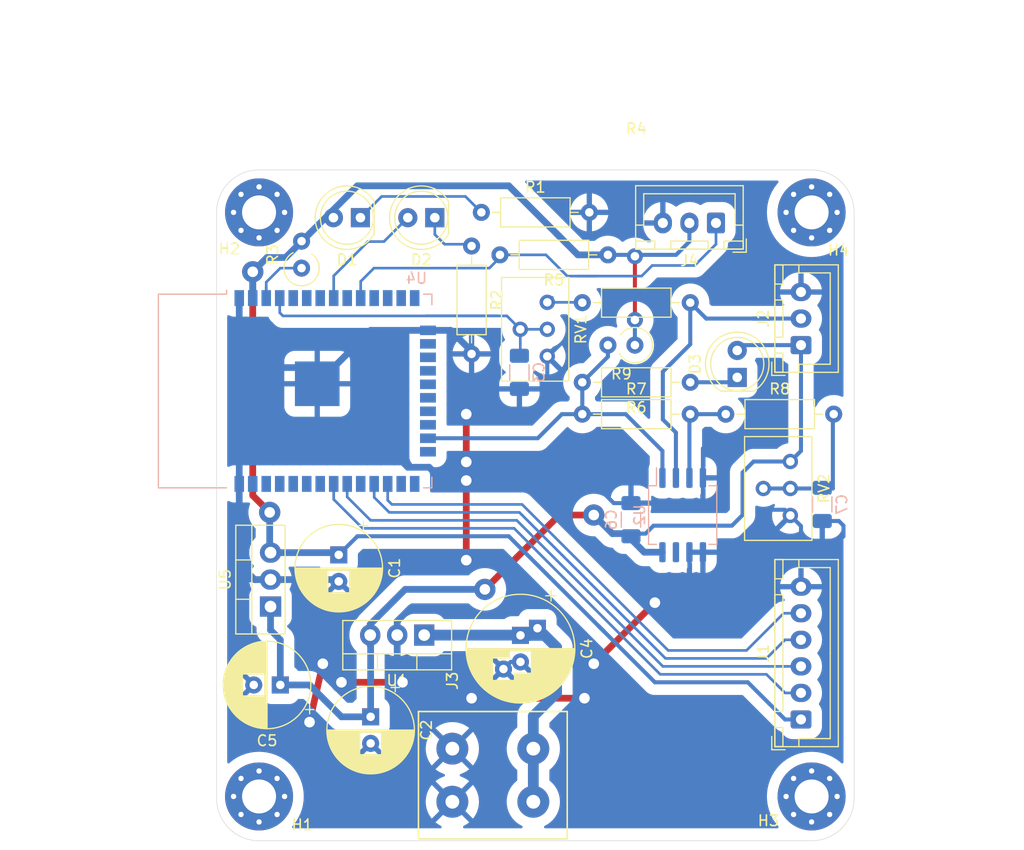
<source format=kicad_pcb>
(kicad_pcb (version 20221018) (generator pcbnew)
  (layers (0 "F.Cu" signal) (31 "B.Cu" signal) (34 "B.Paste" user) (35 "F.Paste" user) (36 "B.SilkS" user "B.Silkscreen") (37 "F.SilkS" user "F.Silkscreen") (38 "B.Mask" user) (39 "F.Mask" user) (44 "Edge.Cuts" user))
  (net 0 "")
  (net 1 "GND")
  (net 2 "+5V")
  (net 3 "+3V3")
  (net 4 "Net-(J3-Pin_1)")
  (net 5 "Net-(J4-Pin_1)")
  (net 6 "Net-(J1-Pin_2)")
  (net 7 "Net-(U4-EN)")
  (net 8 "Net-(U4-SENSOR_VP)")
  (net 21 "Net-(J1-Pin_3)")
  (net 34 "Net-(D1-K)")
  (net 35 "Net-(D2-K)")
  (net 36 "Net-(D2-A)")
  (net 37 "Net-(J1-Pin_4)")
  (net 38 "Net-(J1-Pin_5)")
  (net 39 "Net-(J2-Pin_2)")
  (net 40 "Net-(R4-Pad1)")
  (net 41 "Net-(C7-Pad2)")
  (net 42 "Net-(D3-K)")
  (net 43 "Net-(U4-IO15)")
  (net 45 "Net-(U2A-+)")
  (footprint "MountingHole:MountingHole_3.2mm_M3_Pad_Via" (layer "F.Cu") (at 56 -93)
    (fp_text reference "H4" (at 2.54 3.556) (layer "F.SilkS"))
    (fp_text value "MountingHole" hide)
    (pad "1" thru_hole circle (at -2.4 0) (size 0.8 0.8) (drill 0.5) (layers "*.Cu" "*.Mask"))
    (pad "1" thru_hole circle (at -1.697056 -1.697056) (size 0.8 0.8) (drill 0.5) (layers "*.Cu" "*.Mask"))
    (pad "1" thru_hole circle (at -1.697056 1.697056) (size 0.8 0.8) (drill 0.5) (layers "*.Cu" "*.Mask"))
    (pad "1" thru_hole circle (at 0 -2.4) (size 0.8 0.8) (drill 0.5) (layers "*.Cu" "*.Mask"))
    (pad "1" thru_hole circle (at 0 0) (size 6.4 6.4) (drill 3.2) (layers "*.Cu" "*.Mask"))
    (pad "1" thru_hole circle (at 0 2.4) (size 0.8 0.8) (drill 0.5) (layers "*.Cu" "*.Mask"))
    (pad "1" thru_hole circle (at 1.697056 -1.697056) (size 0.8 0.8) (drill 0.5) (layers "*.Cu" "*.Mask"))
    (pad "1" thru_hole circle (at 1.697056 1.697056) (size 0.8 0.8) (drill 0.5) (layers "*.Cu" "*.Mask"))
    (pad "1" thru_hole circle (at 2.4 0) (size 0.8 0.8) (drill 0.5) (layers "*.Cu" "*.Mask"))
  )
  (footprint "MountingHole:MountingHole_3.2mm_M3_Pad_Via" (layer "F.Cu") (at 56 -38)
    (fp_text reference "H3" (at -4.064 2.286) (layer "F.SilkS"))
    (fp_text value "MountingHole")
    (pad "1" thru_hole circle (at -2.4 0) (size 0.8 0.8) (drill 0.5) (layers "*.Cu" "*.Mask"))
    (pad "1" thru_hole circle (at -1.697056 -1.697056) (size 0.8 0.8) (drill 0.5) (layers "*.Cu" "*.Mask"))
    (pad "1" thru_hole circle (at -1.697056 1.697056) (size 0.8 0.8) (drill 0.5) (layers "*.Cu" "*.Mask"))
    (pad "1" thru_hole circle (at 0 -2.4) (size 0.8 0.8) (drill 0.5) (layers "*.Cu" "*.Mask"))
    (pad "1" thru_hole circle (at 0 0) (size 6.4 6.4) (drill 3.2) (layers "*.Cu" "*.Mask"))
    (pad "1" thru_hole circle (at 0 2.4) (size 0.8 0.8) (drill 0.5) (layers "*.Cu" "*.Mask"))
    (pad "1" thru_hole circle (at 1.697056 -1.697056) (size 0.8 0.8) (drill 0.5) (layers "*.Cu" "*.Mask"))
    (pad "1" thru_hole circle (at 1.697056 1.697056) (size 0.8 0.8) (drill 0.5) (layers "*.Cu" "*.Mask"))
    (pad "1" thru_hole circle (at 2.4 0) (size 0.8 0.8) (drill 0.5) (layers "*.Cu" "*.Mask"))
  )
  (footprint "MountingHole:MountingHole_3.2mm_M3_Pad_Via" (layer "F.Cu") (at 4 -93)
    (fp_text reference "H2" (at -2.794 3.429) (layer "F.SilkS"))
    (fp_text value "MountingHole")
    (pad "1" thru_hole circle (at -2.4 0) (size 0.8 0.8) (drill 0.5) (layers "*.Cu" "*.Mask"))
    (pad "1" thru_hole circle (at -1.697056 -1.697056) (size 0.8 0.8) (drill 0.5) (layers "*.Cu" "*.Mask"))
    (pad "1" thru_hole circle (at -1.697056 1.697056) (size 0.8 0.8) (drill 0.5) (layers "*.Cu" "*.Mask"))
    (pad "1" thru_hole circle (at 0 -2.4) (size 0.8 0.8) (drill 0.5) (layers "*.Cu" "*.Mask"))
    (pad "1" thru_hole circle (at 0 0) (size 6.4 6.4) (drill 3.2) (layers "*.Cu" "*.Mask"))
    (pad "1" thru_hole circle (at 0 2.4) (size 0.8 0.8) (drill 0.5) (layers "*.Cu" "*.Mask"))
    (pad "1" thru_hole circle (at 1.697056 -1.697056) (size 0.8 0.8) (drill 0.5) (layers "*.Cu" "*.Mask"))
    (pad "1" thru_hole circle (at 1.697056 1.697056) (size 0.8 0.8) (drill 0.5) (layers "*.Cu" "*.Mask"))
    (pad "1" thru_hole circle (at 2.4 0) (size 0.8 0.8) (drill 0.5) (layers "*.Cu" "*.Mask"))
  )
  (footprint "MountingHole:MountingHole_3.2mm_M3_Pad_Via" (layer "F.Cu") (at 4 -38)
    (fp_text reference "H1" (at 4.064 2.667) (layer "F.SilkS"))
    (fp_text value "MountingHole")
    (pad "1" thru_hole circle (at -2.4 0) (size 0.8 0.8) (drill 0.5) (layers "*.Cu" "*.Mask"))
    (pad "1" thru_hole circle (at -1.697056 -1.697056) (size 0.8 0.8) (drill 0.5) (layers "*.Cu" "*.Mask"))
    (pad "1" thru_hole circle (at -1.697056 1.697056) (size 0.8 0.8) (drill 0.5) (layers "*.Cu" "*.Mask"))
    (pad "1" thru_hole circle (at 0 -2.4) (size 0.8 0.8) (drill 0.5) (layers "*.Cu" "*.Mask"))
    (pad "1" thru_hole circle (at 0 0) (size 6.4 6.4) (drill 3.2) (layers "*.Cu" "*.Mask"))
    (pad "1" thru_hole circle (at 0 2.4) (size 0.8 0.8) (drill 0.5) (layers "*.Cu" "*.Mask"))
    (pad "1" thru_hole circle (at 1.697056 -1.697056) (size 0.8 0.8) (drill 0.5) (layers "*.Cu" "*.Mask"))
    (pad "1" thru_hole circle (at 1.697056 1.697056) (size 0.8 0.8) (drill 0.5) (layers "*.Cu" "*.Mask"))
    (pad "1" thru_hole circle (at 2.4 0) (size 0.8 0.8) (drill 0.5) (layers "*.Cu" "*.Mask"))
  )
  (footprint "Capacitor_THT:CP_Radial_D8.0mm_P2.50mm" (layer "F.Cu") (at 11.5 -60.75 -90)
    (fp_text reference "C1" (at 1.25 -5.25 90) (layer "F.SilkS"))
    (fp_text value "CP")
    (pad "1" thru_hole rect (at 0 0 270) (size 1.6 1.6) (drill 0.8) (layers "*.Cu" "*.Mask") (net 3 "+3V3"))
    (pad "2" thru_hole circle (at 2.5 0 270) (size 1.6 1.6) (drill 0.8) (layers "*.Cu" "*.Mask") (net 1 "GND"))
  )
  (footprint "Package_TO_SOT_THT:TO-220-3_Vertical" (layer "F.Cu") (at 19.54 -53.195 180)
    (fp_text reference "U1" (at 2.54 -4.27) (layer "F.SilkS"))
    (fp_text value "LF33_TO220")
    (pad "1" thru_hole rect (at 0 0 180) (size 1.905 2) (drill 1.1) (layers "*.Cu" "*.Mask") (net 4 "Net-(J3-Pin_1)"))
    (pad "2" thru_hole oval (at 2.54 0 180) (size 1.905 2) (drill 1.1) (layers "*.Cu" "*.Mask") (net 1 "GND"))
    (pad "3" thru_hole oval (at 5.08 0 180) (size 1.905 2) (drill 1.1) (layers "*.Cu" "*.Mask") (net 2 "+5V"))
  )
  (footprint "Connector_JST:JST_XH_B6B-XH-A_1x06_P2.50mm_Vertical" (layer "F.Cu") (at 55 -45.25 90)
    (fp_text reference "J1" (at 6.25 -3.55 90) (layer "F.SilkS"))
    (fp_text value "Conn_01x04")
    (pad "1" thru_hole roundrect (at 0 0 90) (size 1.7 1.95) (drill 0.95) (layers "*.Cu" "*.Mask") (roundrect_rratio 0.1470588235) (net 3 "+3V3"))
    (pad "2" thru_hole oval (at 2.5 0 90) (size 1.7 1.95) (drill 0.95) (layers "*.Cu" "*.Mask") (net 6 "Net-(J1-Pin_2)"))
    (pad "3" thru_hole oval (at 5 0 90) (size 1.7 1.95) (drill 0.95) (layers "*.Cu" "*.Mask") (net 21 "Net-(J1-Pin_3)"))
    (pad "4" thru_hole oval (at 7.5 0 90) (size 1.7 1.95) (drill 0.95) (layers "*.Cu" "*.Mask") (net 37 "Net-(J1-Pin_4)"))
    (pad "5" thru_hole oval (at 10 0 90) (size 1.7 1.95) (drill 0.95) (layers "*.Cu" "*.Mask") (net 38 "Net-(J1-Pin_5)"))
    (pad "6" thru_hole oval (at 12.5 0 90) (size 1.7 1.95) (drill 0.95) (layers "*.Cu" "*.Mask") (net 1 "GND"))
  )
  (footprint "Capacitor_THT:CP_Radial_D10.0mm_P2.50mm_P5.00mm" (layer "F.Cu") (at 28.6 -53.170937 -90)
    (fp_text reference "C4" (at 1.25 -6.25 90) (layer "F.SilkS"))
    (fp_text value "CP")
    (pad "1" thru_hole rect (at -0.670937 -1.6 270) (size 1.6 1.6) (drill 0.8) (layers "*.Cu" "*.Mask") (net 4 "Net-(J3-Pin_1)"))
    (pad "1" thru_hole rect (at 0 0 270) (size 1.6 1.6) (drill 0.8) (layers "*.Cu" "*.Mask") (net 4 "Net-(J3-Pin_1)"))
    (pad "2" thru_hole circle (at 2.5 0 270) (size 1.6 1.6) (drill 0.8) (layers "*.Cu" "*.Mask") (net 1 "GND"))
    (pad "2" thru_hole circle (at 3.170937 1.6 270) (size 1.6 1.6) (drill 0.8) (layers "*.Cu" "*.Mask") (net 1 "GND"))
  )
  (footprint "Resistor_THT:R_Axial_DIN0207_L6.3mm_D2.5mm_P10.16mm_Horizontal" (layer "F.Cu") (at 24 -89.83 -90)
    (fp_text reference "R2" (at 5.08 -2.37 -90) (layer "F.SilkS"))
    (fp_text value "R_Small")
    (pad "1" thru_hole circle (at 0 0 270) (size 1.6 1.6) (drill 0.8) (layers "*.Cu" "*.Mask") (net 35 "Net-(D2-K)"))
    (pad "2" thru_hole oval (at 10.16 0 270) (size 1.6 1.6) (drill 0.8) (layers "*.Cu" "*.Mask") (net 1 "GND"))
  )
  (footprint "LED_THT:LED_D5.0mm" (layer "F.Cu") (at 49 -77.46 90)
    (fp_text reference "D3" (at 1.27 -3.96 90) (layer "F.SilkS"))
    (fp_text value "LED")
    (pad "1" thru_hole rect (at 0 0 90) (size 1.8 1.8) (drill 0.9) (layers "*.Cu" "*.Mask") (net 42 "Net-(D3-K)"))
    (pad "2" thru_hole circle (at 2.54 0 90) (size 1.8 1.8) (drill 0.9) (layers "*.Cu" "*.Mask") (net 2 "+5V"))
  )
  (footprint "Connector_JST:JST_XH_B3B-XH-A_1x03_P2.50mm_Vertical" (layer "F.Cu") (at 55 -80.5 90)
    (fp_text reference "J2" (at 2.5 -3.55 90) (layer "F.SilkS"))
    (fp_text value "Conn_01x04")
    (pad "1" thru_hole roundrect (at 0 0 90) (size 1.7 1.95) (drill 0.95) (layers "*.Cu" "*.Mask") (roundrect_rratio 0.1470588235) (net 2 "+5V"))
    (pad "2" thru_hole oval (at 2.5 0 90) (size 1.7 1.95) (drill 0.95) (layers "*.Cu" "*.Mask") (net 39 "Net-(J2-Pin_2)"))
    (pad "3" thru_hole oval (at 5 0 90) (size 1.7 1.95) (drill 0.95) (layers "*.Cu" "*.Mask") (net 1 "GND"))
  )
  (footprint "Resistor_THT:R_Axial_DIN0207_L6.3mm_D2.5mm_P10.16mm_Horizontal" (layer "F.Cu") (at 44.58 -77 180)
    (fp_text reference "R6" (at 5.08 -2.37) (layer "F.SilkS"))
    (fp_text value "R_Small")
    (pad "1" thru_hole circle (at 0 0 180) (size 1.6 1.6) (drill 0.8) (layers "*.Cu" "*.Mask") (net 42 "Net-(D3-K)"))
    (pad "2" thru_hole oval (at 10.16 0 180) (size 1.6 1.6) (drill 0.8) (layers "*.Cu" "*.Mask") (net 43 "Net-(U4-IO15)"))
  )
  (footprint "Resistor_THT:R_Axial_DIN0207_L6.3mm_D2.5mm_P10.16mm_Horizontal" (layer "F.Cu") (at 36.83 -89 180)
    (fp_text reference "R5" (at 5.08 -2.37 180) (layer "F.SilkS"))
    (fp_text value "R_Small")
    (pad "1" thru_hole circle (at 0 0 180) (size 1.6 1.6) (drill 0.8) (layers "*.Cu" "*.Mask") (net 3 "+3V3"))
    (pad "2" thru_hole oval (at 10.16 0 180) (size 1.6 1.6) (drill 0.8) (layers "*.Cu" "*.Mask") (net 5 "Net-(J4-Pin_1)"))
  )
  (footprint "LED_THT:LED_D5.0mm" (layer "F.Cu") (at 20.54 -92.5 180)
    (fp_text reference "D2" (at 1.27 -3.96) (layer "F.SilkS"))
    (fp_text value "LED")
    (pad "1" thru_hole rect (at 0 0 180) (size 1.8 1.8) (drill 0.9) (layers "*.Cu" "*.Mask") (net 35 "Net-(D2-K)"))
    (pad "2" thru_hole circle (at 2.54 0 180) (size 1.8 1.8) (drill 0.9) (layers "*.Cu" "*.Mask") (net 36 "Net-(D2-A)"))
  )
  (footprint "Potentiometer_THT:Potentiometer_Bourns_3299Y_Vertical" (layer "F.Cu") (at 31.125 -79.45 -90)
    (fp_text reference "RV1" (at -2.54 -3.16 90) (layer "F.SilkS"))
    (fp_text value "R_Potentiometer")
    (pad "1" thru_hole circle (at 0 0 270) (size 1.44 1.44) (drill 0.8) (layers "*.Cu" "*.Mask") (net 1 "GND"))
    (pad "2" thru_hole circle (at -2.54 0 270) (size 1.44 1.44) (drill 0.8) (layers "*.Cu" "*.Mask") (net 8 "Net-(U4-SENSOR_VP)"))
    (pad "2" thru_hole circle (at -2.54 2.54 270) (size 1.44 1.44) (drill 0.8) (layers "*.Cu" "*.Mask") (net 8 "Net-(U4-SENSOR_VP)"))
    (pad "3" thru_hole circle (at -5.08 0 270) (size 1.44 1.44) (drill 0.8) (layers "*.Cu" "*.Mask") (net 40 "Net-(R4-Pad1)"))
  )
  (footprint "Resistor_THT:R_Axial_DIN0309_L9.0mm_D3.2mm_P2.54mm_Vertical" (layer "F.Cu") (at 8 -87.75 90)
    (fp_text reference "R3" (at 1.27 -2.72 90) (layer "F.SilkS"))
    (fp_text value "R_Small")
    (pad "1" thru_hole circle (at 0 0 90) (size 1.6 1.6) (drill 0.8) (layers "*.Cu" "*.Mask") (net 7 "Net-(U4-EN)"))
    (pad "2" thru_hole oval (at 2.54 0 90) (size 1.6 1.6) (drill 0.8) (layers "*.Cu" "*.Mask") (net 3 "+3V3"))
  )
  (footprint "Capacitor_THT:CP_Radial_D8.0mm_P2.50mm" (layer "F.Cu") (at 14.5 -45.5 -90)
    (fp_text reference "C2" (at 1.25 -5.25 90) (layer "F.SilkS"))
    (fp_text value "CP")
    (pad "1" thru_hole rect (at 0 0 270) (size 1.6 1.6) (drill 0.8) (layers "*.Cu" "*.Mask") (net 2 "+5V"))
    (pad "2" thru_hole circle (at 2.5 0 270) (size 1.6 1.6) (drill 0.8) (layers "*.Cu" "*.Mask") (net 1 "GND"))
  )
  (footprint "Capacitor_THT:CP_Radial_D8.0mm_P2.50mm" (layer "F.Cu") (at 6 -48.5 180)
    (fp_text reference "C5" (at 1.25 -5.25) (layer "F.SilkS"))
    (fp_text value "CP")
    (pad "1" thru_hole rect (at 0 0 180) (size 1.6 1.6) (drill 0.8) (layers "*.Cu" "*.Mask") (net 2 "+5V"))
    (pad "2" thru_hole circle (at 2.5 0 180) (size 1.6 1.6) (drill 0.8) (layers "*.Cu" "*.Mask") (net 1 "GND"))
  )
  (footprint "LED_THT:LED_D5.0mm" (layer "F.Cu") (at 13.54 -92.5 180)
    (fp_text reference "D1" (at 1.27 -3.96) (layer "F.SilkS"))
    (fp_text value "LED")
    (pad "1" thru_hole rect (at 0 0 180) (size 1.8 1.8) (drill 0.9) (layers "*.Cu" "*.Mask") (net 34 "Net-(D1-K)"))
    (pad "2" thru_hole circle (at 2.54 0 180) (size 1.8 1.8) (drill 0.9) (layers "*.Cu" "*.Mask") (net 3 "+3V3"))
  )
  (footprint "Potentiometer_THT:Potentiometer_Bourns_3299Y_Vertical" (layer "F.Cu") (at 54 -64.46 -90)
    (fp_text reference "RV2" (at -2.54 -3.16 90) (layer "F.SilkS"))
    (fp_text value "R_Potentiometer")
    (pad "1" thru_hole circle (at 0 0 270) (size 1.44 1.44) (drill 0.8) (layers "*.Cu" "*.Mask") (net 1 "GND"))
    (pad "2" thru_hole circle (at -2.54 0 270) (size 1.44 1.44) (drill 0.8) (layers "*.Cu" "*.Mask") (net 41 "Net-(C7-Pad2)"))
    (pad "2" thru_hole circle (at -2.54 2.54 270) (size 1.44 1.44) (drill 0.8) (layers "*.Cu" "*.Mask") (net 41 "Net-(C7-Pad2)"))
    (pad "3" thru_hole circle (at -5.08 0 270) (size 1.44 1.44) (drill 0.8) (layers "*.Cu" "*.Mask") (net 2 "+5V"))
  )
  (footprint "Connector_JST:JST_XH_B3B-XH-A_1x03_P2.50mm_Vertical" (layer "F.Cu") (at 47 -92 180)
    (fp_text reference "J4" (at 2.5 -3.55) (layer "F.SilkS"))
    (fp_text value "Conn_01x04")
    (pad "1" thru_hole roundrect (at 0 0 180) (size 1.7 1.95) (drill 0.95) (layers "*.Cu" "*.Mask") (roundrect_rratio 0.1470588235) (net 5 "Net-(J4-Pin_1)"))
    (pad "2" thru_hole oval (at 2.5 0 180) (size 1.7 1.95) (drill 0.95) (layers "*.Cu" "*.Mask") (net 3 "+3V3"))
    (pad "3" thru_hole oval (at 5 0 180) (size 1.7 1.95) (drill 0.95) (layers "*.Cu" "*.Mask") (net 1 "GND"))
  )
  (footprint "Resistor_THT:R_Axial_DIN0207_L6.3mm_D2.5mm_P10.16mm_Horizontal" (layer "F.Cu") (at 24.92 -93)
    (fp_text reference "R1" (at 5.08 -2.37) (layer "F.SilkS"))
    (fp_text value "R_Small")
    (pad "1" thru_hole circle (at 0 0) (size 1.6 1.6) (drill 0.8) (layers "*.Cu" "*.Mask") (net 34 "Net-(D1-K)"))
    (pad "2" thru_hole oval (at 10.16 0) (size 1.6 1.6) (drill 0.8) (layers "*.Cu" "*.Mask") (net 1 "GND"))
  )
  (footprint "custom:WE 691411410002 - 2 Pin Wire-To-Board Terminal Block" (layer "F.Cu") (at 26 -40 -90)
    (fp_text reference "J3" (at -8.89 3.81 90) (layer "F.SilkS"))
    (fp_text value "Conn_01x02")
    (pad "1" thru_hole circle (at -2.5 -3.81 270) (size 3 3) (drill 1.3) (layers "*.Cu" "*.Mask") (net 4 "Net-(J3-Pin_1)"))
    (pad "1" thru_hole circle (at 2.5 -3.81 270) (size 3 3) (drill 1.3) (layers "*.Cu" "*.Mask") (net 4 "Net-(J3-Pin_1)"))
    (pad "2" thru_hole circle (at -2.5 3.81 270) (size 3 3) (drill 1.3) (layers "*.Cu" "*.Mask") (net 1 "GND"))
    (pad "2" thru_hole circle (at 2.5 3.81 270) (size 3 3) (drill 1.3) (layers "*.Cu" "*.Mask") (net 1 "GND"))
  )
  (footprint "Resistor_THT:R_Axial_DIN0309_L9.0mm_D3.2mm_P2.54mm_Vertical" (layer "F.Cu") (at 39.37 -80.5 180)
    (fp_text reference "R9" (at 1.27 -2.72 180) (layer "F.SilkS"))
    (fp_text value "R_Small")
    (pad "1" thru_hole circle (at 0 0 180) (size 1.6 1.6) (drill 0.8) (layers "*.Cu" "*.Mask") (net 3 "+3V3"))
    (pad "2" thru_hole oval (at 2.54 0 180) (size 1.6 1.6) (drill 0.8) (layers "*.Cu" "*.Mask") (net 43 "Net-(U4-IO15)"))
  )
  (footprint "Resistor_THT:R_Axial_DIN0207_L6.3mm_D2.5mm_P10.16mm_Horizontal" (layer "F.Cu") (at 34.42 -74)
    (fp_text reference "R7" (at 5.08 -2.37) (layer "F.SilkS"))
    (fp_text value "R_Small")
    (pad "1" thru_hole circle (at 0 0) (size 1.6 1.6) (drill 0.8) (layers "*.Cu" "*.Mask") (net 43 "Net-(U4-IO15)"))
    (pad "2" thru_hole oval (at 10.16 0) (size 1.6 1.6) (drill 0.8) (layers "*.Cu" "*.Mask") (net 45 "Net-(U2A-+)"))
  )
  (footprint "Package_TO_SOT_THT:TO-220-3_Vertical" (layer "F.Cu") (at 5.08 -55.88 90)
    (fp_text reference "U5" (at 2.54 -4.27 90) (layer "F.SilkS"))
    (fp_text value "LF33_TO220")
    (pad "1" thru_hole rect (at 0 0 90) (size 1.905 2) (drill 1.1) (layers "*.Cu" "*.Mask") (net 2 "+5V"))
    (pad "2" thru_hole oval (at 2.54 0 90) (size 1.905 2) (drill 1.1) (layers "*.Cu" "*.Mask") (net 1 "GND"))
    (pad "3" thru_hole oval (at 5.08 0 90) (size 1.905 2) (drill 1.1) (layers "*.Cu" "*.Mask") (net 3 "+3V3"))
  )
  (footprint "Resistor_THT:R_Axial_DIN0207_L6.3mm_D2.5mm_P10.16mm_Horizontal" (layer "F.Cu") (at 34.42 -84.5)
    (fp_text reference "R4" (at 5.08 -16.37) (layer "F.SilkS"))
    (fp_text value "R_Small")
    (pad "1" thru_hole circle (at 0 0) (size 1.6 1.6) (drill 0.8) (layers "*.Cu" "*.Mask") (net 40 "Net-(R4-Pad1)"))
    (pad "2" thru_hole oval (at 10.16 0) (size 1.6 1.6) (drill 0.8) (layers "*.Cu" "*.Mask") (net 39 "Net-(J2-Pin_2)"))
  )
  (footprint "Resistor_THT:R_Axial_DIN0207_L6.3mm_D2.5mm_P10.16mm_Horizontal" (layer "F.Cu") (at 47.92 -74)
    (fp_text reference "R8" (at 5.08 -2.37) (layer "F.SilkS"))
    (fp_text value "R_Small")
    (pad "1" thru_hole circle (at 0 0) (size 1.6 1.6) (drill 0.8) (layers "*.Cu" "*.Mask") (net 45 "Net-(U2A-+)"))
    (pad "2" thru_hole oval (at 10.16 0) (size 1.6 1.6) (drill 0.8) (layers "*.Cu" "*.Mask") (net 41 "Net-(C7-Pad2)"))
  )
  (footprint "RF_Module:ESP32-WROOM-32" (layer "B.Cu") (at 10.385 -76.18 -90)
    (fp_text reference "U4" (at -10.61 -8.43 180) (layer "B.SilkS") (effects (justify mirror)))
    (fp_text value "ESP32-WROOM-32")
    (pad "1" smd rect (at -8.75 8.25 270) (size 1.5 0.9) (layers "B.Cu" "B.Paste" "B.Mask") (net 1 "GND"))
    (pad "2" smd rect (at -8.75 6.98 270) (size 1.5 0.9) (layers "B.Cu" "B.Paste" "B.Mask") (net 3 "+3V3"))
    (pad "3" smd rect (at -8.75 5.71 270) (size 1.5 0.9) (layers "B.Cu" "B.Paste" "B.Mask") (net 7 "Net-(U4-EN)"))
    (pad "4" smd rect (at -8.75 4.44 270) (size 1.5 0.9) (layers "B.Cu" "B.Paste" "B.Mask") (net 8 "Net-(U4-SENSOR_VP)"))
    (pad "5" smd rect (at -8.75 3.17 270) (size 1.5 0.9) (layers "B.Cu" "B.Paste" "B.Mask"))
    (pad "6" smd rect (at -8.75 1.9 270) (size 1.5 0.9) (layers "B.Cu" "B.Paste" "B.Mask"))
    (pad "7" smd rect (at -8.75 0.63 270) (size 1.5 0.9) (layers "B.Cu" "B.Paste" "B.Mask"))
    (pad "8" smd rect (at -8.75 -0.64 270) (size 1.5 0.9) (layers "B.Cu" "B.Paste" "B.Mask") (net 36 "Net-(D2-A)"))
    (pad "9" smd rect (at -8.75 -1.91 270) (size 1.5 0.9) (layers "B.Cu" "B.Paste" "B.Mask"))
    (pad "10" smd rect (at -8.75 -3.18 270) (size 1.5 0.9) (layers "B.Cu" "B.Paste" "B.Mask") (net 5 "Net-(J4-Pin_1)"))
    (pad "11" smd rect (at -8.75 -4.45 270) (size 1.5 0.9) (layers "B.Cu" "B.Paste" "B.Mask"))
    (pad "12" smd rect (at -8.75 -5.72 270) (size 1.5 0.9) (layers "B.Cu" "B.Paste" "B.Mask"))
    (pad "13" smd rect (at -8.75 -6.99 270) (size 1.5 0.9) (layers "B.Cu" "B.Paste" "B.Mask"))
    (pad "14" smd rect (at -8.75 -8.26 270) (size 1.5 0.9) (layers "B.Cu" "B.Paste" "B.Mask"))
    (pad "15" smd rect (at -5.71 -9.51 180) (size 1.5 0.9) (layers "B.Cu" "B.Paste" "B.Mask") (net 1 "GND"))
    (pad "16" smd rect (at -4.44 -9.51 180) (size 1.5 0.9) (layers "B.Cu" "B.Paste" "B.Mask"))
    (pad "17" smd rect (at -3.17 -9.51 180) (size 1.5 0.9) (layers "B.Cu" "B.Paste" "B.Mask"))
    (pad "18" smd rect (at -1.9 -9.51 180) (size 1.5 0.9) (layers "B.Cu" "B.Paste" "B.Mask"))
    (pad "19" smd rect (at -0.63 -9.51 180) (size 1.5 0.9) (layers "B.Cu" "B.Paste" "B.Mask"))
    (pad "20" smd rect (at 0.64 -9.51 180) (size 1.5 0.9) (layers "B.Cu" "B.Paste" "B.Mask"))
    (pad "21" smd rect (at 1.91 -9.51 180) (size 1.5 0.9) (layers "B.Cu" "B.Paste" "B.Mask"))
    (pad "22" smd rect (at 3.18 -9.51 180) (size 1.5 0.9) (layers "B.Cu" "B.Paste" "B.Mask"))
    (pad "23" smd rect (at 4.45 -9.51 180) (size 1.5 0.9) (layers "B.Cu" "B.Paste" "B.Mask") (net 43 "Net-(U4-IO15)"))
    (pad "24" smd rect (at 5.72 -9.51 180) (size 1.5 0.9) (layers "B.Cu" "B.Paste" "B.Mask"))
    (pad "25" smd rect (at 8.75 -8.26 270) (size 1.5 0.9) (layers "B.Cu" "B.Paste" "B.Mask"))
    (pad "26" smd rect (at 8.75 -6.99 270) (size 1.5 0.9) (layers "B.Cu" "B.Paste" "B.Mask"))
    (pad "27" smd rect (at 8.75 -5.72 270) (size 1.5 0.9) (layers "B.Cu" "B.Paste" "B.Mask") (net 38 "Net-(J1-Pin_5)"))
    (pad "28" smd rect (at 8.75 -4.45 270) (size 1.5 0.9) (layers "B.Cu" "B.Paste" "B.Mask") (net 37 "Net-(J1-Pin_4)"))
    (pad "29" smd rect (at 8.75 -3.18 270) (size 1.5 0.9) (layers "B.Cu" "B.Paste" "B.Mask"))
    (pad "30" smd rect (at 8.75 -1.91 270) (size 1.5 0.9) (layers "B.Cu" "B.Paste" "B.Mask") (net 21 "Net-(J1-Pin_3)"))
    (pad "31" smd rect (at 8.75 -0.64 270) (size 1.5 0.9) (layers "B.Cu" "B.Paste" "B.Mask") (net 6 "Net-(J1-Pin_2)"))
    (pad "32" smd rect (at 8.75 0.63 270) (size 1.5 0.9) (layers "B.Cu" "B.Paste" "B.Mask"))
    (pad "33" smd rect (at 8.75 1.9 270) (size 1.5 0.9) (layers "B.Cu" "B.Paste" "B.Mask"))
    (pad "34" smd rect (at 8.75 3.17 270) (size 1.5 0.9) (layers "B.Cu" "B.Paste" "B.Mask"))
    (pad "35" smd rect (at 8.75 4.44 270) (size 1.5 0.9) (layers "B.Cu" "B.Paste" "B.Mask"))
    (pad "36" smd rect (at 8.75 5.71 270) (size 1.5 0.9) (layers "B.Cu" "B.Paste" "B.Mask"))
    (pad "37" smd rect (at 8.75 6.98 270) (size 1.5 0.9) (layers "B.Cu" "B.Paste" "B.Mask"))
    (pad "38" smd rect (at 8.75 8.25 270) (size 1.5 0.9) (layers "B.Cu" "B.Paste" "B.Mask") (net 1 "GND"))
    (pad "39" smd rect (at -2.205 -0.615 270) (size 1.05 1.05) (layers "B.Cu" "B.Paste") (net 1 "GND"))
    (pad "39" smd rect (at -2.205 0.91 270) (size 1.05 1.05) (layers "B.Cu" "B.Paste") (net 1 "GND"))
    (pad "39" smd rect (at -2.205 2.435 270) (size 1.05 1.05) (layers "B.Cu" "B.Paste") (net 1 "GND"))
    (pad "39" smd rect (at -0.68 -0.615 270) (size 1.05 1.05) (layers "B.Cu" "B.Paste") (net 1 "GND"))
    (pad "39" smd rect (at -0.68 0.91 270) (size 1.05 1.05) (layers "B.Cu" "B.Paste") (net 1 "GND"))
    (pad "39" smd rect (at -0.68 0.91 270) (size 4.2 4.2) (layers "B.Cu" "B.Mask") (net 1 "GND"))
    (pad "39" smd rect (at -0.68 2.435 270) (size 1.05 1.05) (layers "B.Cu" "B.Paste") (net 1 "GND"))
    (pad "39" smd rect (at 0.845 -0.615 270) (size 1.05 1.05) (layers "B.Cu" "B.Paste") (net 1 "GND"))
    (pad "39" smd rect (at 0.845 0.91 270) (size 1.05 1.05) (layers "B.Cu" "B.Paste") (net 1 "GND"))
    (pad "39" smd rect (at 0.845 2.435 270) (size 1.05 1.05) (layers "B.Cu" "B.Paste") (net 1 "GND"))
    (zone (net 0) (net_name "") (layers "F.Cu" "In1.Cu" "B.Cu") (connect_pads (clearance 0)) (min_thickness 0.254)
      (keepout (tracks not_allowed) (vias not_allowed) (pads not_allowed) (copperpour not_allowed) (footprints not_allowed))
      (fill (thermal_gap 0.508) (thermal_bridge_width 0.508))
      (polygon (pts (xy 0.585 -100.18) (xy 0.585 -52.18) (xy -20.355 -52.18) (xy -20.355 -100.18)))
    )
  )
  (footprint "Capacitor_SMD:C_1206_3216Metric_Pad1.33x1.80mm_HandSolder" (layer "B.Cu") (at 28.5 -77.9375 90)
    (fp_text reference "C3" (at 0 1.85 90) (layer "B.SilkS") (effects (justify mirror)))
    (fp_text value "C_Small")
    (pad "1" smd roundrect (at -1.5625 0 90) (size 1.325 1.8) (layers "B.Cu" "B.Paste" "B.Mask") (roundrect_rratio 0.1886792453) (net 1 "GND"))
    (pad "2" smd roundrect (at 1.5625 0 90) (size 1.325 1.8) (layers "B.Cu" "B.Paste" "B.Mask") (roundrect_rratio 0.1886792453) (net 8 "Net-(U4-SENSOR_VP)"))
  )
  (footprint "Package_SO:SO-8_5.3x6.2mm_P1.27mm" (layer "B.Cu") (at 43.865 -64.5 -90)
    (fp_text reference "U2" (at 0 4.05 90) (layer "B.SilkS") (effects (justify mirror)))
    (fp_text value "LM393")
    (pad "1" smd roundrect (at -3.5 1.905 270) (size 1.9 0.6) (layers "B.Cu" "B.Paste" "B.Mask") (net 43 "Net-(U4-IO15)"))
    (pad "2" smd roundrect (at -3.5 0.635 270) (size 1.9 0.6) (layers "B.Cu" "B.Paste" "B.Mask") (net 39 "Net-(J2-Pin_2)"))
    (pad "3" smd roundrect (at -3.5 -0.635 270) (size 1.9 0.6) (layers "B.Cu" "B.Paste" "B.Mask") (net 45 "Net-(U2A-+)"))
    (pad "4" smd roundrect (at -3.5 -1.905 270) (size 1.9 0.6) (layers "B.Cu" "B.Paste" "B.Mask") (net 1 "GND"))
    (pad "5" smd roundrect (at 3.5 -1.905 270) (size 1.9 0.6) (layers "B.Cu" "B.Paste" "B.Mask") (net 1 "GND"))
    (pad "6" smd roundrect (at 3.5 -0.635 270) (size 1.9 0.6) (layers "B.Cu" "B.Paste" "B.Mask") (net 1 "GND"))
    (pad "7" smd roundrect (at 3.5 0.635 270) (size 1.9 0.6) (layers "B.Cu" "B.Paste" "B.Mask"))
    (pad "8" smd roundrect (at 3.5 1.905 270) (size 1.9 0.6) (layers "B.Cu" "B.Paste" "B.Mask") (net 2 "+5V"))
  )
  (footprint "Capacitor_SMD:C_1206_3216Metric_Pad1.33x1.80mm_HandSolder" (layer "B.Cu") (at 39 -64.0625 -90)
    (fp_text reference "C6" (at 0 1.85 90) (layer "B.SilkS") (effects (justify mirror)))
    (fp_text value "C_Small")
    (pad "1" smd roundrect (at -1.5625 0 270) (size 1.325 1.8) (layers "B.Cu" "B.Paste" "B.Mask") (roundrect_rratio 0.1886792453) (net 1 "GND"))
    (pad "2" smd roundrect (at 1.5625 0 270) (size 1.325 1.8) (layers "B.Cu" "B.Paste" "B.Mask") (roundrect_rratio 0.1886792453) (net 2 "+5V"))
  )
  (footprint "Capacitor_SMD:C_1206_3216Metric_Pad1.33x1.80mm_HandSolder" (layer "B.Cu") (at 57 -65.5 90)
    (fp_text reference "C7" (at 0 1.85 90) (layer "B.SilkS") (effects (justify mirror)))
    (fp_text value "C_Small")
    (pad "1" smd roundrect (at -1.5625 0 90) (size 1.325 1.8) (layers "B.Cu" "B.Paste" "B.Mask") (roundrect_rratio 0.1886792453) (net 1 "GND"))
    (pad "2" smd roundrect (at 1.5625 0 90) (size 1.325 1.8) (layers "B.Cu" "B.Paste" "B.Mask") (roundrect_rratio 0.1886792453) (net 41 "Net-(C7-Pad2)"))
  )
  (gr_line (start 4 -33.828427) (end 56 -33.828427) (stroke (width 0.05)) (layer "Edge.Cuts"))
  (gr_arc (start 4 -33.828427) (mid 1.171573 -35) (end 0 -37.828427) (stroke (width 0.05)) (layer "Edge.Cuts"))
  (gr_arc (start 56 -97) (mid 58.828427 -95.828427) (end 60 -93) (stroke (width 0.05)) (layer "Edge.Cuts"))
  (gr_line (start 56 -97) (end 4 -97) (stroke (width 0.05)) (layer "Edge.Cuts"))
  (gr_arc (start 0 -93) (mid 1.171573 -95.828427) (end 4 -97) (stroke (width 0.05)) (layer "Edge.Cuts"))
  (gr_arc (start 60 -37.828427) (mid 58.828427 -35) (end 56 -33.828427) (stroke (width 0.05)) (layer "Edge.Cuts"))
  (gr_line (start 60 -37.828427) (end 60 -93) (stroke (width 0.05)) (layer "Edge.Cuts"))
  (gr_line (start 0 -93) (end 0 -37.828427) (stroke (width 0.05)) (layer "Edge.Cuts"))
  (segment (start 41.25 -56.25) (end 35.5 -50.5) (width 0.635) (layer "F.Cu") (net 1))
  (segment (start 10 -50.5) (end 8.75 -45) (width 0.635) (layer "F.Cu") (net 1))
  (segment (start 23.5 -69.5) (end 23.5 -74) (width 0.635) (layer "F.Cu") (net 1))
  (segment (start 23.5 -67.75) (end 23.5 -60.25) (width 0.635) (layer "F.Cu") (net 1))
  (segment (start 24 -47.25) (end 34.625 -47.25) (width 0.635) (layer "F.Cu") (net 1))
  (segment (start 11.75 -48.75) (end 17.5 -48.75) (width 0.635) (layer "F.Cu") (net 1))
  (via (at 10 -50.5) (size 2) (drill 1) (layers "F.Cu" "B.Cu") (net 1))
  (via (at 24 -47.25) (size 2) (drill 1) (layers "F.Cu" "B.Cu") (net 1))
  (via (at 23.5 -74) (size 2) (drill 1) (layers "F.Cu" "B.Cu") (net 1))
  (via (at 23.5 -69.5) (size 2) (drill 1) (layers "F.Cu" "B.Cu") (net 1))
  (via (at 35.5 -50.5) (size 2) (drill 1) (layers "F.Cu" "B.Cu") (net 1))
  (via (at 17.5 -48.75) (size 2) (drill 1) (layers "F.Cu" "B.Cu") (net 1))
  (via (at 23.5 -67.75) (size 2) (drill 1) (layers "F.Cu" "B.Cu") (net 1))
  (via (at 8.75 -45) (size 2) (drill 1) (layers "F.Cu" "B.Cu") (net 1))
  (via (at 23.5 -60.25) (size 2) (drill 1) (layers "F.Cu" "B.Cu") (net 1))
  (via (at 11.75 -48.75) (size 2) (drill 1) (layers "F.Cu" "B.Cu") (net 1))
  (via (at 34.625 -47.25) (size 2) (drill 1) (layers "F.Cu" "B.Cu") (net 1))
  (via (at 41.25 -56.25) (size 2) (drill 1) (layers "F.Cu" "B.Cu") (net 1))
  (segment (start 7.95 -78.385) (end 2.135 -78.385) (width 0.635) (layer "B.Cu") (net 1))
  (segment (start 31.125 -76.875) (end 31.5 -76.5) (width 0.381) (layer "B.Cu") (net 1))
  (segment (start 19.895 -81.89) (end 22.03 -81.89) (width 0.635) (layer "B.Cu") (net 1))
  (segment (start 18 -55.5) (end 18.25 -55.75) (width 0.635) (layer "B.Cu") (net 1))
  (segment (start 45.77 -68) (end 45.77 -65.77) (width 0.381) (layer "B.Cu") (net 1))
  (segment (start 45.77 -68) (end 45.77 -70.77) (width 0.381) (layer "B.Cu") (net 1))
  (segment (start 11.33 -58.42) (end 11.5 -58.25) (width 0.635) (layer "B.Cu") (net 1))
  (segment (start 18 -69) (end 20 -69) (width 0.635) (layer "B.Cu") (net 1))
  (segment (start 14.505 -81.89) (end 11 -78.385) (width 0.635) (layer "B.Cu") (net 1))
  (segment (start 57 -63.9375) (end 58.5625 -63.9375) (width 0.381) (layer "B.Cu") (net 1))
  (segment (start 55 -63.46) (end 55 -62) (width 0.381) (layer "B.Cu") (net 1))
  (segment (start 53.46 -65) (end 52 -65) (width 0.381) (layer "B.Cu") (net 1))
  (segment (start 17 -53.195) (end 17 -50.5) (width 0.635) (layer "B.Cu") (net 1))
  (segment (start 31.125 -79.45) (end 31.125 -76.875) (width 0.381) (layer "B.Cu") (net 1))
  (segment (start 54 -64.46) (end 55 -63.46) (width 0.381) (layer "B.Cu") (net 1))
  (segment (start 18.25 -55.75) (end 20.5 -55.75) (width 0.635) (layer "B.Cu") (net 1))
  (segment (start 24.08 -80) (end 24 -79.92) (width 0.635) (layer "B.Cu") (net 1))
  (segment (start 58.5625 -63.9375) (end 59 -63.5) (width 0.381) (layer "B.Cu") (net 1))
  (segment (start 59 -62.5) (end 58.5 -62) (width 0.381) (layer "B.Cu") (net 1))
  (segment (start 3.58 -58.42) (end 5.08 -58.42) (width 0.635) (layer "B.Cu") (net 1))
  (segment (start 44.5 -61) (end 44.5 -58) (width 0.381) (layer "B.Cu") (net 1))
  (segment (start 2.135 -84.93) (end 2.135 -67.43) (width 0.635) (layer "B.Cu") (net 1))
  (segment (start 17 -54.5) (end 18 -55.5) (width 0.635) (layer "B.Cu") (net 1))
  (segment (start 5.08 -58.42) (end 11.33 -58.42) (width 0.635) (layer "B.Cu") (net 1))
  (segment (start 45.77 -61) (end 45.77 -58) (width 0.381) (layer "B.Cu") (net 1))
  (segment (start 17 -53.195) (end 17 -54.5) (width 0.635) (layer "B.Cu") (net 1))
  (segment (start 22.03 -81.89) (end 24 -79.92) (width 0.635) (layer "B.Cu") (net 1))
  (segment (start 20 -69) (end 21 -68) (width 0.635) (layer "B.Cu") (net 1))
  (segment (start 39 -65.625) (end 37.375 -65.625) (width 0.381) (layer "B.Cu") (net 1))
  (segment (start 54 -64.46) (end 53.46 -65) (width 0.381) (layer "B.Cu") (net 1))
  (segment (start 59 -63.5) (end 59 -62.5) (width 0.381) (layer "B.Cu") (net 1))
  (segment (start 37.375 -65.625) (end 36 -67) (width 0.381) (layer "B.Cu") (net 1))
  (segment (start 45.77 -65.77) (end 45.5 -65.5) (width 0.381) (layer "B.Cu") (net 1))
  (segment (start 2.135 -59.865) (end 3.58 -58.42) (width 0.635) (layer "B.Cu") (net 1))
  (segment (start 19.895 -81.89) (end 14.505 -81.89) (width 0.635) (layer "B.Cu") (net 1))
  (segment (start 45.77 -70.77) (end 46.5 -71.5) (width 0.381) (layer "B.Cu") (net 1))
  (segment (start 2.135 -67.43) (end 2.135 -59.865) (width 0.635) (layer "B.Cu") (net 1))
  (segment (start 27.670937 -50.670937) (end 27 -50) (width 0.381) (layer "B.Cu") (net 1))
  (segment (start 28.6 -50.670937) (end 27.670937 -50.670937) (width 0.381) (layer "B.Cu") (net 1))
  (segment (start 17 -70) (end 18 -69) (width 0.635) (layer "B.Cu") (net 1))
  (segment (start 35.5 -64.5) (end 32.25 -64.5) (width 0.635) (layer "F.Cu") (net 2))
  (segment (start 32.25 -64.5) (end 25.25 -57.5) (width 0.635) (layer "F.Cu") (net 2))
  (via (at 35.5 -64.5) (size 2) (drill 1) (layers "F.Cu" "B.Cu") (net 2))
  (via (at 25.25 -57.5) (size 2) (drill 1) (layers "F.Cu" "B.Cu") (net 2))
  (segment (start 14.46 -52.25) (end 14.5 -52.21) (width 0.635) (layer "B.Cu") (net 2))
  (segment (start 11.75 -45.5) (end 14.5 -45.5) (width 0.635) (layer "B.Cu") (net 2))
  (segment (start 40.375 -62.75) (end 38.5 -62.75) (width 0.381) (layer "B.Cu") (net 2))
  (segment (start 14.46 -54.21) (end 14.46 -52.25) (width 0.635) (layer "B.Cu") (net 2))
  (segment (start 17.75 -57.5) (end 14.46 -54.21) (width 0.635) (layer "B.Cu") (net 2))
  (segment (start 41.96 -61) (end 40.25 -61) (width 0.635) (layer "B.Cu") (net 2))
  (segment (start 49.5 -64.5) (end 48.5 -63.5) (width 0.381) (layer "B.Cu") (net 2))
  (segment (start 14.5 -52.21) (end 14.5 -45.5) (width 0.635) (layer "B.Cu") (net 2))
  (segment (start 35.5 -64.5) (end 37.25 -62.75) (width 0.635) (layer "B.Cu") (net 2))
  (segment (start 48.5 -63.5) (end 41.125 -63.5) (width 0.381) (layer "B.Cu") (net 2))
  (segment (start 5.08 -53.67) (end 6 -52.75) (width 0.635) (layer "B.Cu") (net 2))
  (segment (start 49.5 -80.5) (end 55 -80.5) (width 0.381) (layer "B.Cu") (net 2))
  (segment (start 49 -80) (end 49.5 -80.5) (width 0.381) (layer "B.Cu") (net 2))
  (segment (start 55 -70.54) (end 54 -69.54) (width 0.381) (layer "B.Cu") (net 2))
  (segment (start 50.54 -69.54) (end 49.5 -68.5) (width 0.381) (layer "B.Cu") (net 2))
  (segment (start 8.75 -48.5) (end 11.75 -45.5) (width 0.635) (layer "B.Cu") (net 2))
  (segment (start 41.125 -63.5) (end 40.375 -62.75) (width 0.381) (layer "B.Cu") (net 2))
  (segment (start 6 -52.75) (end 6 -48.5) (width 0.635) (layer "B.Cu") (net 2))
  (segment (start 54 -69.54) (end 50.54 -69.54) (width 0.381) (layer "B.Cu") (net 2))
  (segment (start 55 -80.5) (end 55 -70.54) (width 0.381) (layer "B.Cu") (net 2))
  (segment (start 49.5 -68.5) (end 49.5 -64.5) (width 0.381) (layer "B.Cu") (net 2))
  (segment (start 5.08 -55.88) (end 5.08 -53.67) (width 0.635) (layer "B.Cu") (net 2))
  (segment (start 37.25 -62.75) (end 38.5 -62.75) (width 0.635) (layer "B.Cu") (net 2))
  (segment (start 40.25 -61) (end 38.5 -62.75) (width 0.635) (layer "B.Cu") (net 2))
  (segment (start 25.25 -57.5) (end 17.75 -57.5) (width 0.635) (layer "B.Cu") (net 2))
  (segment (start 6 -48.5) (end 8.75 -48.5) (width 0.635) (layer "B.Cu") (net 2))
  (segment (start 3.405 -66.345) (end 5 -64.75) (width 0.635) (layer "F.Cu") (net 3))
  (segment (start 3.405 -87.405) (end 3.405 -66.345) (width 0.635) (layer "F.Cu") (net 3))
  (segment (start 39.37 -82.87) (end 39.37 -88.87) (width 0.381) (layer "F.Cu") (net 3))
  (via (at 3.405 -87.405) (size 2) (drill 1) (layers "F.Cu" "B.Cu") (net 3))
  (via (at 39.37 -82.87) (size 1.5) (drill 0.8) (layers "F.Cu" "B.Cu") (net 3))
  (via (at 5 -64.75) (size 2) (drill 1) (layers "F.Cu" "B.Cu") (net 3))
  (via (at 39.37 -88.87) (size 1.5) (drill 0.8) (layers "F.Cu" "B.Cu") (net 3))
  (segment (start 11.5 -60.75) (end 13.25 -62.5) (width 0.381) (layer "B.Cu") (net 3))
  (segment (start 13.25 -62.5) (end 27.5 -62.5) (width 0.381) (layer "B.Cu") (net 3))
  (segment (start 4.75 -88.75) (end 6.5 -88.75) (width 0.635) (layer "B.Cu") (net 3))
  (segment (start 53.5 -45.25) (end 55 -45.25) (width 0.381) (layer "B.Cu") (net 3))
  (segment (start 36 -54) (end 41.25 -48.75) (width 0.381) (layer "B.Cu") (net 3))
  (segment (start 32.375 -90.625) (end 32 -91) (width 0.635) (layer "B.Cu") (net 3))
  (segment (start 11 -92) (end 11 -92.5) (width 0.635) (layer "B.Cu") (net 3))
  (segment (start 44.5 -90.25) (end 44.5 -92) (width 0.381) (layer "B.Cu") (net 3))
  (segment (start 5 -61.04) (end 5.08 -60.96) (width 0.635) (layer "B.Cu") (net 3))
  (segment (start 37.08 -89) (end 34 -89) (width 0.635) (layer "B.Cu") (net 3))
  (segment (start 36.83 -89) (end 43.25 -89) (width 0.381) (layer "B.Cu") (net 3))
  (segment (start 50 -48.75) (end 53.5 -45.25) (width 0.381) (layer "B.Cu") (net 3))
  (segment (start 36 -54) (end 36.5 -53.5) (width 0.381) (layer "B.Cu") (net 3))
  (segment (start 34 -89) (end 32.375 -90.625) (width 0.635) (layer "B.Cu") (net 3))
  (segment (start 43.25 -89) (end 44.5 -90.25) (width 0.381) (layer "B.Cu") (net 3))
  (segment (start 5.08 -60.96) (end 11.29 -60.96) (width 0.635) (layer "B.Cu") (net 3))
  (segment (start 13.25 -95.5) (end 27.5 -95.5) (width 0.635) (layer "B.Cu") (net 3))
  (segment (start 39.37 -80.5) (end 39.37 -82.87) (width 0.381) (layer "B.Cu") (net 3))
  (segment (start 27.5 -95.5) (end 32.375 -90.625) (width 0.635) (layer "B.Cu") (net 3))
  (segment (start 27.5 -62.5) (end 36 -54) (width 0.381) (layer "B.Cu") (net 3))
  (segment (start 5 -64.75) (end 5 -61.04) (width 0.635) (layer "B.Cu") (net 3))
  (segment (start 3.405 -84.93) (end 3.405 -87.405) (width 0.635) (layer "B.Cu") (net 3))
  (segment (start 41.25 -48.75) (end 50 -48.75) (width 0.381) (layer "B.Cu") (net 3))
  (segment (start 6.5 -88.75) (end 8.75 -91) (width 0.635) (layer "B.Cu") (net 3))
  (segment (start 8.75 -91) (end 13.25 -95.5) (width 0.635) (layer "B.Cu") (net 3))
  (segment (start 3.405 -87.405) (end 4.75 -88.75) (width 0.635) (layer "B.Cu") (net 3))
  (segment (start 11.29 -60.96) (end 11.5 -60.75) (width 0.635) (layer "B.Cu") (net 3))
  (segment (start 29.81 -42.5) (end 29.81 -45.56) (width 1.016) (layer "B.Cu") (net 4))
  (segment (start 32 -52.041874) (end 30.2 -53.841874) (width 1.016) (layer "B.Cu") (net 4))
  (segment (start 28.575937 -53.195) (end 28.6 -53.170937) (width 1.016) (layer "B.Cu") (net 4))
  (segment (start 28.6 -53.170937) (end 29.529063 -53.170937) (width 1.016) (layer "B.Cu") (net 4))
  (segment (start 28.6 -53.170937) (end 30.870937 -53.170937) (width 1.016) (layer "B.Cu") (net 4))
  (segment (start 29.529063 -53.170937) (end 30.2 -53.841874) (width 1.016) (layer "B.Cu") (net 4))
  (segment (start 30.870937 -53.170937) (end 32 -52.041874) (width 1.016) (layer "B.Cu") (net 4))
  (segment (start 29.81 -45.56) (end 32 -47.75) (width 1.016) (layer "B.Cu") (net 4))
  (segment (start 19.54 -53.195) (end 28.575937 -53.195) (width 1.016) (layer "B.Cu") (net 4))
  (segment (start 29.81 -37.5) (end 29.81 -42.5) (width 1.016) (layer "B.Cu") (net 4))
  (segment (start 32 -47.75) (end 32 -52.041874) (width 1.016) (layer "B.Cu") (net 4))
  (segment (start 41 -88) (end 40 -87) (width 0.25) (layer "B.Cu") (net 5))
  (segment (start 14.815 -87.75) (end 13.565 -86.5) (width 0.25) (layer "B.Cu") (net 5))
  (segment (start 31 -89) (end 26.92 -89) (width 0.25) (layer "B.Cu") (net 5))
  (segment (start 45 -88) (end 41 -88) (width 0.25) (layer "B.Cu") (net 5))
  (segment (start 35 -87) (end 35.75 -87) (width 0.25) (layer "B.Cu") (net 5))
  (segment (start 34 -87) (end 35 -87) (width 0.25) (layer "B.Cu") (net 5))
  (segment (start 13.565 -86.5) (end 13.565 -84.93) (width 0.25) (layer "B.Cu") (net 5))
  (segment (start 26.92 -89) (end 25.67 -87.75) (width 0.25) (layer "B.Cu") (net 5))
  (segment (start 47 -92) (end 47 -90) (width 0.25) (layer "B.Cu") (net 5))
  (segment (start 33 -87) (end 31 -89) (width 0.25) (layer "B.Cu") (net 5))
  (segment (start 40 -87) (end 34 -87) (width 0.25) (layer "B.Cu") (net 5))
  (segment (start 34 -87) (end 33 -87) (width 0.25) (layer "B.Cu") (net 5))
  (segment (start 25.67 -87.75) (end 14.815 -87.75) (width 0.25) (layer "B.Cu") (net 5))
  (segment (start 47 -90) (end 45 -88) (width 0.25) (layer "B.Cu") (net 5))
  (segment (start 53.5 -47.75) (end 51.75 -49.5) (width 0.25) (layer "B.Cu") (net 6))
  (segment (start 51.75 -49.5) (end 41.75 -49.5) (width 0.25) (layer "B.Cu") (net 6))
  (segment (start 28 -63.25) (end 13.75 -63.25) (width 0.25) (layer "B.Cu") (net 6))
  (segment (start 41.75 -49.5) (end 28 -63.25) (width 0.25) (layer "B.Cu") (net 6))
  (segment (start 11.025 -65.975) (end 11.025 -67.43) (width 0.25) (layer "B.Cu") (net 6))
  (segment (start 55 -47.75) (end 53.5 -47.75) (width 0.25) (layer "B.Cu") (net 6))
  (segment (start 13.75 -63.25) (end 11.025 -65.975) (width 0.25) (layer "B.Cu") (net 6))
  (segment (start 6 -87.75) (end 8 -87.75) (width 0.25) (layer "B.Cu") (net 7))
  (segment (start 4.675 -84.93) (end 4.675 -86.425) (width 0.25) (layer "B.Cu") (net 7))
  (segment (start 4.675 -86.425) (end 6 -87.75) (width 0.25) (layer "B.Cu") (net 7))
  (segment (start 4.675 -84.93) (end 4.675 -86) (width 0.25) (layer "B.Cu") (net 7))
  (segment (start 28.585 -81.99) (end 28.585 -79.585) (width 0.25) (layer "B.Cu") (net 8))
  (segment (start 27.325 -83.25) (end 28.585 -81.99) (width 0.25) (layer "B.Cu") (net 8))
  (segment (start 5.945 -84.93) (end 5.945 -83.555) (width 0.25) (layer "B.Cu") (net 8))
  (segment (start 6.25 -83.25) (end 19.75 -83.25) (width 0.25) (layer "B.Cu") (net 8))
  (segment (start 19.75 -83.25) (end 26.5 -83.25) (width 0.25) (layer "B.Cu") (net 8))
  (segment (start 28.585 -81.99) (end 31.125 -81.99) (width 0.25) (layer "B.Cu") (net 8))
  (segment (start 19.75 -83.25) (end 27.325 -83.25) (width 0.25) (layer "B.Cu") (net 8))
  (segment (start 28.585 -79.585) (end 28.5 -79.5) (width 0.25) (layer "B.Cu") (net 8))
  (segment (start 5.945 -83.555) (end 6.25 -83.25) (width 0.25) (layer "B.Cu") (net 8))
  (segment (start 12.295 -67.43) (end 12.295 -66.205) (width 0.25) (layer "B.Cu") (net 21))
  (segment (start 42 -50.25) (end 55 -50.25) (width 0.25) (layer "B.Cu") (net 21))
  (segment (start 14.5 -64) (end 28.25 -64) (width 0.25) (layer "B.Cu") (net 21))
  (segment (start 28.25 -64) (end 42 -50.25) (width 0.25) (layer "B.Cu") (net 21))
  (segment (start 12.295 -66.205) (end 14.5 -64) (width 0.25) (layer "B.Cu") (net 21))
  (segment (start 23.42 -94.5) (end 24.92 -93) (width 0.25) (layer "B.Cu") (net 34))
  (segment (start 13.54 -92.5) (end 15.54 -94.5) (width 0.25) (layer "B.Cu") (net 34))
  (segment (start 15.54 -94.5) (end 23.42 -94.5) (width 0.25) (layer "B.Cu") (net 34))
  (segment (start 23.92 -90) (end 24 -90.08) (width 0.25) (layer "B.Cu") (net 35))
  (segment (start 20.54 -90.92) (end 21.46 -90) (width 0.25) (layer "B.Cu") (net 35))
  (segment (start 21 -92.04) (end 20.54 -92.5) (width 0.25) (layer "B.Cu") (net 35))
  (segment (start 20.54 -92.5) (end 20.54 -90.92) (width 0.25) (layer "B.Cu") (net 35))
  (segment (start 21.46 -90) (end 23.92 -90) (width 0.25) (layer "B.Cu") (net 35))
  (segment (start 15.75 -90.25) (end 14.25 -90.25) (width 0.25) (layer "B.Cu") (net 36))
  (segment (start 11.025 -87.025) (end 11.025 -84.93) (width 0.25) (layer "B.Cu") (net 36))
  (segment (start 14.25 -90.25) (end 11.025 -87.025) (width 0.25) (layer "B.Cu") (net 36))
  (segment (start 18 -92.5) (end 15.75 -90.25) (width 0.25) (layer "B.Cu") (net 36))
  (segment (start 51.75 -51) (end 42.25 -51) (width 0.25) (layer "B.Cu") (net 37))
  (segment (start 55 -52.75) (end 53.5 -52.75) (width 0.25) (layer "B.Cu") (net 37))
  (segment (start 42.25 -51) (end 28.5 -64.75) (width 0.25) (layer "B.Cu") (net 37))
  (segment (start 28.5 -64.75) (end 16.25 -64.75) (width 0.25) (layer "B.Cu") (net 37))
  (segment (start 14.835 -66.165) (end 14.835 -67.43) (width 0.25) (layer "B.Cu") (net 37))
  (segment (start 53.5 -52.75) (end 51.75 -51) (width 0.25) (layer "B.Cu") (net 37))
  (segment (start 16.25 -64.75) (end 14.835 -66.165) (width 0.25) (layer "B.Cu") (net 37))
  (segment (start 49.875 -51.75) (end 53.375 -55.25) (width 0.25) (layer "B.Cu") (net 38))
  (segment (start 16.105 -67.43) (end 16.105 -65.895) (width 0.25) (layer "B.Cu") (net 38))
  (segment (start 53.375 -55.25) (end 55 -55.25) (width 0.25) (layer "B.Cu") (net 38))
  (segment (start 16.105 -65.895) (end 16.5 -65.5) (width 0.25) (layer "B.Cu") (net 38))
  (segment (start 42.5 -51.75) (end 49.875 -51.75) (width 0.25) (layer "B.Cu") (net 38))
  (segment (start 28.75 -65.5) (end 42.5 -51.75) (width 0.25) (layer "B.Cu") (net 38))
  (segment (start 16.5 -65.5) (end 28.75 -65.5) (width 0.25) (layer "B.Cu") (net 38))
  (segment (start 46.08 -83) (end 44.58 -84.5) (width 0.381) (layer "B.Cu") (net 39))
  (segment (start 42.5 -78.5) (end 44.58 -80.58) (width 0.381) (layer "B.Cu") (net 39))
  (segment (start 50.5 -83) (end 52 -83) (width 0.381) (layer "B.Cu") (net 39))
  (segment (start 43.23 -68) (end 43.23 -72.27) (width 0.381) (layer "B.Cu") (net 39))
  (segment (start 52 -83) (end 46.08 -83) (width 0.381) (layer "B.Cu") (net 39))
  (segment (start 42 -73.5) (end 42 -78) (width 0.381) (layer "B.Cu") (net 39))
  (segment (start 42.5 -78.5) (end 43 -79) (width 0.381) (layer "B.Cu") (net 39))
  (segment (start 42 -78) (end 42.5 -78.5) (width 0.381) (layer "B.Cu") (net 39))
  (segment (start 52 -83) (end 55 -83) (width 0.381) (layer "B.Cu") (net 39))
  (segment (start 44.58 -80.58) (end 44.58 -84.5) (width 0.381) (layer "B.Cu") (net 39))
  (segment (start 43.23 -72.27) (end 42 -73.5) (width 0.381) (layer "B.Cu") (net 39))
  (segment (start 31.125 -84.53) (end 33.89 -84.53) (width 0.25) (layer "B.Cu") (net 40))
  (segment (start 31.125 -84.53) (end 31.595 -85) (width 0.25) (layer "B.Cu") (net 40))
  (segment (start 33.89 -84.53) (end 34.42 -84) (width 0.25) (layer "B.Cu") (net 40))
  (segment (start 58 -73.92) (end 58.08 -74) (width 0.381) (layer "B.Cu") (net 41))
  (segment (start 51.46 -67) (end 58 -67) (width 0.381) (layer "B.Cu") (net 41))
  (segment (start 58 -67) (end 58 -73.92) (width 0.381) (layer "B.Cu") (net 41))
  (segment (start 48.54 -77) (end 44.58 -77) (width 0.381) (layer "B.Cu") (net 42))
  (segment (start 49 -77.46) (end 48.54 -77) (width 0.381) (layer "B.Cu") (net 42))
  (segment (start 34.42 -74) (end 38.5 -74) (width 0.381) (layer "B.Cu") (net 43))
  (segment (start 36.83 -79.41) (end 34.42 -77) (width 0.381) (layer "B.Cu") (net 43))
  (segment (start 34.42 -74) (end 34.42 -77) (width 0.381) (layer "B.Cu") (net 43))
  (segment (start 36.83 -80.5) (end 36.83 -79.41) (width 0.381) (layer "B.Cu") (net 43))
  (segment (start 30.23 -71.73) (end 19.895 -71.73) (width 0.381) (layer "B.Cu") (net 43))
  (segment (start 34.42 -74) (end 32.5 -74) (width 0.381) (layer "B.Cu") (net 43))
  (segment (start 41.96 -70.54) (end 41.96 -68) (width 0.381) (layer "B.Cu") (net 43))
  (segment (start 32.5 -74) (end 30.23 -71.73) (width 0.381) (layer "B.Cu") (net 43))
  (segment (start 38.5 -74) (end 41.96 -70.54) (width 0.381) (layer "B.Cu") (net 43))
  (segment (start 44.5 -68) (end 44.5 -73.92) (width 0.381) (layer "B.Cu") (net 45))
  (segment (start 44.58 -74) (end 47.92 -74) (width 0.381) (layer "B.Cu") (net 45))
  (segment (start 44.5 -73.92) (end 44.58 -74) (width 0.381) (layer "B.Cu") (net 45))
  (zone (net 1) (net_name "GND") (layer "B.Cu") (connect_pads (clearance 1)) (min_thickness 0.25) (fill yes (thermal_gap 1) (thermal_bridge_width 0.5))
    (polygon (pts (xy 1 -35) (xy 59 -35) (xy 59 -96) (xy 1 -96)))
  )
)
</source>
